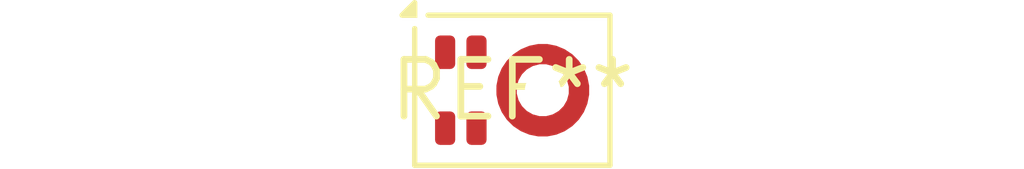
<source format=kicad_pcb>
(kicad_pcb (version 20240108) (generator pcbnew)
  (layers (0 "F.Cu" signal) (31 "B.Cu" signal) (34 "B.Paste" user) (35 "F.Paste" user) (36 "B.SilkS" user "B.Silkscreen") (37 "F.SilkS" user "F.Silkscreen") (38 "B.Mask" user) (39 "F.Mask" user) (44 "Edge.Cuts" user))
  (net 0 "")
  (footprint "Infineon_PG-LLGA-5-2" (layer "F.Cu") (at 0 0)
    (property "Reference" "REF**")
    (property "Value" "Infineon_PG-LLGA-5-2")
    (fp_line (start -2.18 -1.38) (end -2.18 1.68) (layer "F.SilkS") (stroke (width 0.12)))
    (fp_line (start -2.18 1.68) (end 2.18 1.68) (layer "F.SilkS") (stroke (width 0.12)))
    (fp_line (start -1.88 -1.68) (end 2.18 -1.68) (layer "F.SilkS") (stroke (width 0.12)))
    (fp_line (start 2.18 -1.68) (end 2.18 1.68) (layer "F.SilkS") (stroke (width 0.12)))
    (fp_poly (pts (xy -2.18 -1.68) (xy -2.46 -1.68) (xy -2.18 -1.96) (xy -2.18 -1.68)) (layer "F.SilkS") (stroke (width 0.12)) (fill solid))
    (pad "" np_thru_hole circle (at 0.68 0 90) (size 0.8 0.8) (drill 0.8) (layers F&B.Cu *.Mask))
    (pad "1" smd roundrect (at -1.5 -0.85 270) (size 0.75 0.45) (layers "F.Cu" "F.Mask"))
    (pad "2" smd roundrect (at -0.8 -0.85 270) (size 0.75 0.45) (layers "F.Cu" "F.Mask"))
    (pad "3" smd roundrect (at -1.5 0.85 270) (size 0.75 0.45) (layers "F.Cu" "F.Mask"))
    (pad "4" smd roundrect (at -0.8 0.85 270) (size 0.75 0.45) (layers "F.Cu" "F.Mask"))
    (pad "5" smd custom (at -0.13 0 270) (size 0.46 0.46) (layers "F.Cu" "F.Mask") (options (clearance outline) (anchor circle)) (primitives (gr_circle (center 0 -0.81) (end 0.81 -0.81) (width 0.46) (fill no))))
  )
)
</source>
